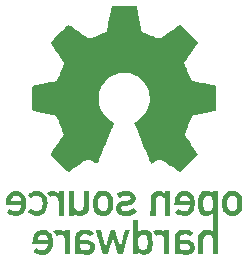
<source format=gbr>
%TF.GenerationSoftware,KiCad,Pcbnew,9.0.2-2.fc42*%
%TF.CreationDate,2025-05-29T14:11:18+08:00*%
%TF.ProjectId,civ2bcd,63697632-6263-4642-9e6b-696361645f70,rev?*%
%TF.SameCoordinates,Original*%
%TF.FileFunction,Legend,Bot*%
%TF.FilePolarity,Positive*%
%FSLAX46Y46*%
G04 Gerber Fmt 4.6, Leading zero omitted, Abs format (unit mm)*
G04 Created by KiCad (PCBNEW 9.0.2-2.fc42) date 2025-05-29 14:11:18*
%MOMM*%
%LPD*%
G01*
G04 APERTURE LIST*
%ADD10C,0.000000*%
G04 APERTURE END LIST*
D10*
%TO.C,G\u002A\u002A\u002A*%
G36*
X174555605Y-89384504D02*
G01*
X174543706Y-89507369D01*
X174488722Y-89667873D01*
X174392874Y-89805015D01*
X174260411Y-89913233D01*
X174095581Y-89986963D01*
X174082594Y-89990068D01*
X174016102Y-89998624D01*
X173920923Y-90005068D01*
X173813088Y-90008194D01*
X173812614Y-90008198D01*
X173654386Y-90002820D01*
X173533238Y-89981041D01*
X173437982Y-89939597D01*
X173357432Y-89875224D01*
X173294631Y-89812423D01*
X173294631Y-89898871D01*
X173294631Y-89985320D01*
X173080081Y-89985320D01*
X172865532Y-89985320D01*
X172873628Y-89178276D01*
X172874383Y-89104484D01*
X173286929Y-89104484D01*
X173302338Y-89269493D01*
X173315151Y-89372786D01*
X173338189Y-89463368D01*
X173373828Y-89525159D01*
X173426891Y-89569787D01*
X173496140Y-89596949D01*
X173605100Y-89614171D01*
X173731548Y-89617786D01*
X173859392Y-89608259D01*
X173972542Y-89586056D01*
X174054906Y-89551640D01*
X174092553Y-89521611D01*
X174147139Y-89439145D01*
X174160423Y-89345647D01*
X174132170Y-89253369D01*
X174062145Y-89174566D01*
X174042329Y-89160985D01*
X174005621Y-89143476D01*
X173956336Y-89131305D01*
X173885106Y-89123113D01*
X173782563Y-89117540D01*
X173639338Y-89113227D01*
X173286929Y-89104484D01*
X172874383Y-89104484D01*
X172874997Y-89044449D01*
X172877292Y-88847946D01*
X172879842Y-88692250D01*
X172883068Y-88571498D01*
X172887393Y-88479823D01*
X172893239Y-88411361D01*
X172901028Y-88360246D01*
X172911183Y-88320613D01*
X172924125Y-88286598D01*
X172940277Y-88252334D01*
X172980922Y-88179876D01*
X173070782Y-88071179D01*
X173185474Y-87990866D01*
X173330401Y-87936508D01*
X173510963Y-87905673D01*
X173732562Y-87895932D01*
X173836703Y-87896628D01*
X173945182Y-87900633D01*
X174024844Y-87909582D01*
X174087945Y-87925032D01*
X174146740Y-87948539D01*
X174162525Y-87956163D01*
X174239075Y-88000395D01*
X174316009Y-88054115D01*
X174382461Y-88108582D01*
X174427564Y-88155056D01*
X174440452Y-88184797D01*
X174439454Y-88186641D01*
X174412380Y-88214083D01*
X174357352Y-88261256D01*
X174284838Y-88319125D01*
X174226843Y-88363683D01*
X174172309Y-88401848D01*
X174137936Y-88415720D01*
X174112466Y-88409035D01*
X174084641Y-88385525D01*
X174049325Y-88356445D01*
X173966034Y-88313896D01*
X173857492Y-88290693D01*
X173712164Y-88283684D01*
X173696058Y-88283774D01*
X173541494Y-88296923D01*
X173428051Y-88334641D01*
X173351783Y-88400180D01*
X173308748Y-88496793D01*
X173295000Y-88627734D01*
X173294631Y-88759113D01*
X173640434Y-88759113D01*
X173667543Y-88759169D01*
X173861641Y-88763853D01*
X174008931Y-88776201D01*
X174111806Y-88796404D01*
X174226307Y-88839822D01*
X174369052Y-88932229D01*
X174472325Y-89054882D01*
X174534913Y-89206176D01*
X174551096Y-89345647D01*
X174555605Y-89384504D01*
G37*
G36*
X170989577Y-89008841D02*
G01*
X170989359Y-89198397D01*
X170983796Y-89349207D01*
X170971595Y-89468564D01*
X170951464Y-89563762D01*
X170922111Y-89642093D01*
X170882244Y-89710851D01*
X170830570Y-89777330D01*
X170794595Y-89814586D01*
X170704943Y-89887974D01*
X170612023Y-89945574D01*
X170539062Y-89976312D01*
X170366562Y-90011833D01*
X170186349Y-90003420D01*
X170007580Y-89952101D01*
X169839414Y-89858903D01*
X169766158Y-89806740D01*
X169766158Y-89896030D01*
X169766158Y-89985320D01*
X169553449Y-89985320D01*
X169340739Y-89985320D01*
X169340739Y-89080334D01*
X169768802Y-89080334D01*
X169778152Y-89221593D01*
X169799724Y-89330625D01*
X169835198Y-89415932D01*
X169886253Y-89486013D01*
X169891846Y-89491957D01*
X169985125Y-89555247D01*
X170101867Y-89587573D01*
X170227100Y-89588664D01*
X170345853Y-89558251D01*
X170443155Y-89496063D01*
X170451462Y-89487874D01*
X170500313Y-89425214D01*
X170534898Y-89346611D01*
X170557140Y-89243646D01*
X170568962Y-89107901D01*
X170572288Y-88930959D01*
X170571885Y-88883753D01*
X170560981Y-88698102D01*
X170533091Y-88554972D01*
X170485372Y-88449719D01*
X170414976Y-88377698D01*
X170319060Y-88334265D01*
X170194777Y-88314775D01*
X170142737Y-88313436D01*
X170010170Y-88335193D01*
X169906863Y-88396459D01*
X169830010Y-88498648D01*
X169817735Y-88524061D01*
X169797835Y-88582147D01*
X169784387Y-88656191D01*
X169775684Y-88757551D01*
X169770017Y-88897585D01*
X169769995Y-88898349D01*
X169768802Y-89080334D01*
X169340739Y-89080334D01*
X169340739Y-88521379D01*
X169340739Y-87057438D01*
X169553449Y-87057438D01*
X169766158Y-87057438D01*
X169766158Y-87581263D01*
X169766158Y-88105088D01*
X169893084Y-88019674D01*
X170045219Y-87935880D01*
X170200577Y-87892952D01*
X170368561Y-87890205D01*
X170514720Y-87919187D01*
X170677456Y-87995358D01*
X170815728Y-88112764D01*
X170924186Y-88267768D01*
X170927168Y-88273429D01*
X170945165Y-88311903D01*
X170958734Y-88353966D01*
X170968668Y-88407363D01*
X170975762Y-88479836D01*
X170980810Y-88579128D01*
X170984608Y-88712982D01*
X170987949Y-88889141D01*
X170988518Y-88930959D01*
X170989577Y-89008841D01*
G37*
G36*
X166111971Y-89330167D02*
G01*
X166110990Y-89484960D01*
X166073757Y-89629523D01*
X166042936Y-89690906D01*
X165944062Y-89816633D01*
X165813193Y-89918779D01*
X165662281Y-89986963D01*
X165647345Y-89990417D01*
X165579526Y-89998714D01*
X165483286Y-90004832D01*
X165374335Y-90007644D01*
X165248354Y-90003711D01*
X165094024Y-89978851D01*
X164979636Y-89930378D01*
X164902183Y-89857337D01*
X164861330Y-89799011D01*
X164861330Y-89892166D01*
X164861330Y-89985320D01*
X164647052Y-89985320D01*
X164432773Y-89985320D01*
X164440860Y-89178276D01*
X164441564Y-89109551D01*
X164441565Y-89109458D01*
X164854605Y-89109458D01*
X164866734Y-89278971D01*
X164877087Y-89374448D01*
X164903434Y-89476266D01*
X164946716Y-89542867D01*
X165010784Y-89582367D01*
X165026306Y-89587402D01*
X165102877Y-89603129D01*
X165199646Y-89615248D01*
X165293624Y-89621354D01*
X165361823Y-89619047D01*
X165382777Y-89615791D01*
X165491145Y-89596616D01*
X165563968Y-89577322D01*
X165613602Y-89553775D01*
X165652402Y-89521844D01*
X165665350Y-89507098D01*
X165704114Y-89423896D01*
X165712548Y-89326048D01*
X165687873Y-89235945D01*
X165667978Y-89208411D01*
X165601429Y-89163878D01*
X165496522Y-89133093D01*
X165349788Y-89115229D01*
X165157757Y-89109458D01*
X164854605Y-89109458D01*
X164441565Y-89109458D01*
X164444452Y-88879017D01*
X164448458Y-88691492D01*
X164454599Y-88541406D01*
X164463888Y-88423188D01*
X164477340Y-88331269D01*
X164495971Y-88260079D01*
X164520795Y-88204048D01*
X164552827Y-88157605D01*
X164593083Y-88115181D01*
X164642576Y-88071206D01*
X164733013Y-88004140D01*
X164837223Y-87952659D01*
X164959427Y-87919295D01*
X165109986Y-87901281D01*
X165299261Y-87895850D01*
X165353507Y-87895931D01*
X165469383Y-87897736D01*
X165552899Y-87903428D01*
X165616923Y-87914998D01*
X165674319Y-87934436D01*
X165737955Y-87963734D01*
X165748095Y-87968806D01*
X165835415Y-88019830D01*
X165912370Y-88076422D01*
X165970694Y-88130971D01*
X166002121Y-88175867D01*
X165998383Y-88203500D01*
X165997997Y-88203765D01*
X165965363Y-88227717D01*
X165905975Y-88272473D01*
X165832405Y-88328559D01*
X165692140Y-88436034D01*
X165626724Y-88375409D01*
X165575583Y-88336805D01*
X165499399Y-88305331D01*
X165397370Y-88288582D01*
X165257793Y-88283645D01*
X165122416Y-88292666D01*
X165003302Y-88327407D01*
X164922256Y-88390818D01*
X164876019Y-88485621D01*
X164861330Y-88614534D01*
X164861330Y-88759113D01*
X165207698Y-88759113D01*
X165287397Y-88759590D01*
X165459684Y-88765760D01*
X165596075Y-88780654D01*
X165706477Y-88806290D01*
X165800798Y-88844687D01*
X165888946Y-88897861D01*
X165929117Y-88929976D01*
X166017863Y-89040119D01*
X166079872Y-89177702D01*
X166111104Y-89326048D01*
X166111971Y-89330167D01*
G37*
G36*
X162558767Y-88947797D02*
G01*
X162557264Y-89038708D01*
X162536102Y-89260260D01*
X162488239Y-89451490D01*
X162411475Y-89622463D01*
X162367184Y-89689414D01*
X162256220Y-89807868D01*
X162122451Y-89907169D01*
X161983498Y-89972891D01*
X161895524Y-89992182D01*
X161761839Y-90003796D01*
X161611923Y-90003810D01*
X161462147Y-89992911D01*
X161328886Y-89971790D01*
X161228513Y-89941133D01*
X161202607Y-89928426D01*
X161127035Y-89882929D01*
X161048224Y-89826528D01*
X160977682Y-89768438D01*
X160926918Y-89717873D01*
X160907439Y-89684048D01*
X160907641Y-89682779D01*
X160928783Y-89655062D01*
X160977903Y-89606263D01*
X161045309Y-89546084D01*
X161183180Y-89428297D01*
X161276787Y-89492701D01*
X161287246Y-89499827D01*
X161407346Y-89568162D01*
X161524602Y-89603456D01*
X161662857Y-89613148D01*
X161759826Y-89605454D01*
X161901500Y-89560940D01*
X162012629Y-89479671D01*
X162089323Y-89364936D01*
X162127692Y-89220025D01*
X162140155Y-89109458D01*
X161482436Y-89109458D01*
X160824718Y-89109458D01*
X160840299Y-88837144D01*
X160846148Y-88759113D01*
X161264504Y-88759113D01*
X161699075Y-88759113D01*
X162133646Y-88759113D01*
X162133096Y-88690296D01*
X162128823Y-88646588D01*
X162093449Y-88537753D01*
X162031739Y-88433814D01*
X161955133Y-88356243D01*
X161897461Y-88325819D01*
X161787689Y-88298148D01*
X161666857Y-88292571D01*
X161553480Y-88309369D01*
X161466072Y-88348823D01*
X161405693Y-88404964D01*
X161327867Y-88523319D01*
X161282327Y-88661649D01*
X161264504Y-88759113D01*
X160846148Y-88759113D01*
X160848232Y-88731307D01*
X160874649Y-88551427D01*
X160918338Y-88403737D01*
X160983074Y-88277254D01*
X161072630Y-88160993D01*
X161108561Y-88124048D01*
X161216509Y-88034440D01*
X161327787Y-87965842D01*
X161348054Y-87956035D01*
X161422690Y-87924570D01*
X161493578Y-87906362D01*
X161578619Y-87898019D01*
X161695715Y-87896151D01*
X161720332Y-87896355D01*
X161899551Y-87911187D01*
X162047243Y-87952934D01*
X162175621Y-88026482D01*
X162296897Y-88136719D01*
X162355063Y-88204549D01*
X162447876Y-88351117D01*
X162511023Y-88518455D01*
X162547116Y-88714651D01*
X162549338Y-88759113D01*
X162558767Y-88947797D01*
G37*
G36*
X176522808Y-87295172D02*
G01*
X176522808Y-89985320D01*
X176311198Y-89985320D01*
X176099587Y-89985320D01*
X176092232Y-89273900D01*
X176090597Y-89123070D01*
X176088216Y-88946487D01*
X176085369Y-88809803D01*
X176081606Y-88707050D01*
X176076477Y-88632262D01*
X176069530Y-88579472D01*
X176060316Y-88542714D01*
X176048383Y-88516021D01*
X176033282Y-88493427D01*
X175990991Y-88441154D01*
X175907669Y-88369037D01*
X175811034Y-88331779D01*
X175684483Y-88321182D01*
X175605083Y-88324902D01*
X175493732Y-88352314D01*
X175407634Y-88412217D01*
X175334138Y-88511483D01*
X175328488Y-88521394D01*
X175314769Y-88550694D01*
X175304025Y-88586730D01*
X175295799Y-88635688D01*
X175289631Y-88703756D01*
X175285065Y-88797123D01*
X175281640Y-88921975D01*
X175278899Y-89084500D01*
X175276383Y-89290887D01*
X175268677Y-89985320D01*
X175055808Y-89985320D01*
X174842940Y-89985320D01*
X174850805Y-89203300D01*
X174858670Y-88421281D01*
X174928766Y-88278538D01*
X174964912Y-88213317D01*
X175022458Y-88129610D01*
X175076000Y-88070889D01*
X175147492Y-88017228D01*
X175312532Y-87933321D01*
X175487448Y-87891574D01*
X175663770Y-87892428D01*
X175833028Y-87936320D01*
X175986752Y-88023691D01*
X176097389Y-88108142D01*
X176097389Y-87295172D01*
X176097389Y-86482202D01*
X175983162Y-86569394D01*
X175880242Y-86635871D01*
X175712110Y-86701162D01*
X175539053Y-86721839D01*
X175368717Y-86698314D01*
X175208745Y-86630994D01*
X175066783Y-86520291D01*
X174999489Y-86443714D01*
X174936396Y-86339967D01*
X174894011Y-86216780D01*
X174865789Y-86059140D01*
X174859565Y-85999944D01*
X174852081Y-85862337D01*
X174850282Y-85704745D01*
X174851278Y-85656059D01*
X175284089Y-85656059D01*
X175285108Y-85758540D01*
X175293115Y-85910477D01*
X175311096Y-86025848D01*
X175341446Y-86113091D01*
X175386557Y-86180643D01*
X175448821Y-86236943D01*
X175451702Y-86239030D01*
X175528664Y-86272617D01*
X175632608Y-86292289D01*
X175742877Y-86295732D01*
X175838812Y-86280631D01*
X175853265Y-86275789D01*
X175949139Y-86216660D01*
X176020591Y-86117308D01*
X176068000Y-85976664D01*
X176091746Y-85793657D01*
X176092208Y-85567219D01*
X176078009Y-85399916D01*
X176045636Y-85251330D01*
X175993068Y-85142971D01*
X175917262Y-85070753D01*
X175815180Y-85030589D01*
X175683779Y-85018393D01*
X175587496Y-85024244D01*
X175480924Y-85054965D01*
X175400289Y-85117933D01*
X175334138Y-85219743D01*
X175329637Y-85228803D01*
X175310026Y-85277248D01*
X175296871Y-85333689D01*
X175288966Y-85408634D01*
X175285107Y-85512588D01*
X175284089Y-85656059D01*
X174851278Y-85656059D01*
X174853675Y-85538827D01*
X174861769Y-85376244D01*
X174874074Y-85228656D01*
X174890098Y-85107721D01*
X174909350Y-85025102D01*
X174928822Y-84979760D01*
X174984629Y-84886042D01*
X175050740Y-84803692D01*
X175126402Y-84735594D01*
X175282336Y-84642832D01*
X175452278Y-84594324D01*
X175628966Y-84590723D01*
X175805136Y-84632681D01*
X175973526Y-84720849D01*
X176097389Y-84806052D01*
X176097389Y-84705538D01*
X176097389Y-84605025D01*
X176310099Y-84605025D01*
X176522808Y-84605025D01*
X176522808Y-85567219D01*
X176522808Y-87295172D01*
G37*
G36*
X171564927Y-87894835D02*
G01*
X171735221Y-87940761D01*
X171882712Y-88023691D01*
X171993350Y-88108142D01*
X171993350Y-88008209D01*
X171993350Y-87908276D01*
X172206059Y-87908276D01*
X172418769Y-87908276D01*
X172418769Y-88946798D01*
X172418769Y-89985320D01*
X172206059Y-89985320D01*
X171993350Y-89985320D01*
X171993350Y-89305044D01*
X171993312Y-89197523D01*
X171992838Y-89016596D01*
X171991467Y-88875961D01*
X171988758Y-88769111D01*
X171984269Y-88689541D01*
X171977560Y-88630744D01*
X171968188Y-88586214D01*
X171955714Y-88549444D01*
X171939695Y-88513930D01*
X171883750Y-88431317D01*
X171785125Y-88355649D01*
X171665675Y-88316237D01*
X171535828Y-88316120D01*
X171406013Y-88358341D01*
X171378622Y-88372003D01*
X171327203Y-88395528D01*
X171305284Y-88402134D01*
X171301387Y-88397065D01*
X171272876Y-88362156D01*
X171223045Y-88301968D01*
X171159340Y-88225509D01*
X171129808Y-88189248D01*
X171074782Y-88115584D01*
X171039747Y-88059592D01*
X171031254Y-88031210D01*
X171044884Y-88015700D01*
X171104472Y-87976982D01*
X171190771Y-87938965D01*
X171288033Y-87907997D01*
X171380511Y-87890427D01*
X171386576Y-87889828D01*
X171564927Y-87894835D01*
G37*
G36*
X166800998Y-88634947D02*
G01*
X166821054Y-88708483D01*
X166869475Y-88881930D01*
X166913730Y-89034815D01*
X166952106Y-89161571D01*
X166982887Y-89256629D01*
X167004360Y-89314421D01*
X167014810Y-89329380D01*
X167016295Y-89326028D01*
X167031304Y-89284304D01*
X167058912Y-89202663D01*
X167097051Y-89087395D01*
X167143650Y-88944787D01*
X167196641Y-88781129D01*
X167253952Y-88602709D01*
X167476161Y-87908276D01*
X167631752Y-87908276D01*
X167787343Y-87908276D01*
X168018357Y-88621478D01*
X168039509Y-88686599D01*
X168096526Y-88860309D01*
X168148327Y-89015512D01*
X168192906Y-89146373D01*
X168228260Y-89247060D01*
X168252387Y-89311740D01*
X168263282Y-89334578D01*
X168264231Y-89333684D01*
X168276338Y-89301871D01*
X168299189Y-89228932D01*
X168331019Y-89120944D01*
X168370066Y-88983983D01*
X168414565Y-88824126D01*
X168462752Y-88647450D01*
X168470991Y-88616980D01*
X168519006Y-88440776D01*
X168563169Y-88280948D01*
X168601669Y-88143892D01*
X168632693Y-88036004D01*
X168654429Y-87963680D01*
X168665065Y-87933315D01*
X168665249Y-87933029D01*
X168700326Y-87919486D01*
X168779023Y-87912805D01*
X168895414Y-87913497D01*
X169109008Y-87920788D01*
X168780687Y-88952751D01*
X168452365Y-89984713D01*
X168260365Y-89985017D01*
X168068364Y-89985320D01*
X168043023Y-89903990D01*
X168033175Y-89871607D01*
X168009717Y-89793259D01*
X167976109Y-89680346D01*
X167934590Y-89540403D01*
X167887397Y-89380962D01*
X167836767Y-89209557D01*
X167794342Y-89066785D01*
X167747786Y-88912559D01*
X167706926Y-88779826D01*
X167673835Y-88675226D01*
X167650587Y-88605400D01*
X167639255Y-88576988D01*
X167636916Y-88578113D01*
X167621575Y-88611600D01*
X167594882Y-88685492D01*
X167558702Y-88794093D01*
X167514900Y-88931707D01*
X167465343Y-89092638D01*
X167411894Y-89271191D01*
X167201133Y-89984859D01*
X167008367Y-89985090D01*
X166815601Y-89985320D01*
X166741706Y-89753842D01*
X166731133Y-89720722D01*
X166698789Y-89619397D01*
X166654950Y-89482059D01*
X166602146Y-89316627D01*
X166542902Y-89131021D01*
X166479748Y-88933160D01*
X166415210Y-88730963D01*
X166373603Y-88600392D01*
X166316545Y-88420590D01*
X166265872Y-88260034D01*
X166223363Y-88124405D01*
X166190798Y-88019388D01*
X166169954Y-87950665D01*
X166162611Y-87923919D01*
X166167532Y-87920637D01*
X166209559Y-87914303D01*
X166285263Y-87909916D01*
X166383366Y-87908276D01*
X166604121Y-87908276D01*
X166800998Y-88634947D01*
G37*
G36*
X163121052Y-87892331D02*
G01*
X163276577Y-87934053D01*
X163433124Y-88019674D01*
X163560050Y-88105088D01*
X163560050Y-88006682D01*
X163560050Y-87908276D01*
X163772759Y-87908276D01*
X163985468Y-87908276D01*
X163985468Y-88946798D01*
X163985468Y-89985320D01*
X163773858Y-89985320D01*
X163562247Y-89985320D01*
X163554892Y-89273900D01*
X163553257Y-89123070D01*
X163550876Y-88946487D01*
X163548029Y-88809803D01*
X163544266Y-88707050D01*
X163539137Y-88632262D01*
X163532190Y-88579472D01*
X163522976Y-88542714D01*
X163511043Y-88516021D01*
X163495942Y-88493427D01*
X163450361Y-88440508D01*
X163339579Y-88357594D01*
X163215967Y-88314343D01*
X163089294Y-88313289D01*
X162969330Y-88356961D01*
X162944471Y-88370574D01*
X162889943Y-88392183D01*
X162860476Y-88391326D01*
X162857067Y-88387227D01*
X162826813Y-88351245D01*
X162775526Y-88290483D01*
X162712114Y-88215501D01*
X162692807Y-88192196D01*
X162638388Y-88119906D01*
X162604003Y-88063542D01*
X162596406Y-88033715D01*
X162609421Y-88018329D01*
X162670119Y-87977641D01*
X162758708Y-87938626D01*
X162859709Y-87907431D01*
X162957647Y-87890205D01*
X163121052Y-87892331D01*
G37*
G36*
X178584618Y-85787538D02*
G01*
X178577458Y-85958832D01*
X178561405Y-86094962D01*
X178533943Y-86204884D01*
X178492557Y-86297553D01*
X178434732Y-86381924D01*
X178357952Y-86466953D01*
X178313308Y-86510639D01*
X178207957Y-86596157D01*
X178097694Y-86654720D01*
X177961724Y-86698479D01*
X177905708Y-86710066D01*
X177745654Y-86720794D01*
X177575331Y-86706466D01*
X177417584Y-86668346D01*
X177407677Y-86664774D01*
X177288704Y-86601861D01*
X177168247Y-86507376D01*
X177061687Y-86395144D01*
X176984402Y-86278987D01*
X176932498Y-86141530D01*
X176895368Y-85963291D01*
X176876560Y-85764557D01*
X176876487Y-85733863D01*
X177301615Y-85733863D01*
X177309604Y-85863573D01*
X177313059Y-85892014D01*
X177349913Y-86042132D01*
X177415820Y-86155261D01*
X177513540Y-86236448D01*
X177538177Y-86249291D01*
X177653398Y-86284532D01*
X177780469Y-86294527D01*
X177893690Y-86276561D01*
X177931508Y-86260145D01*
X178024013Y-86189789D01*
X178101363Y-86090112D01*
X178150874Y-85975940D01*
X178157032Y-85946290D01*
X178166954Y-85852471D01*
X178171596Y-85730160D01*
X178170215Y-85593986D01*
X178164164Y-85484043D01*
X178143253Y-85332193D01*
X178106661Y-85217784D01*
X178051742Y-85133722D01*
X177975849Y-85072913D01*
X177950737Y-85059162D01*
X177817716Y-85016544D01*
X177681105Y-85015917D01*
X177551725Y-85054406D01*
X177440399Y-85129131D01*
X177357948Y-85237216D01*
X177349780Y-85255902D01*
X177327846Y-85341719D01*
X177311799Y-85459165D01*
X177302701Y-85594470D01*
X177301615Y-85733863D01*
X176876487Y-85733863D01*
X176876073Y-85558739D01*
X176893905Y-85359249D01*
X176930055Y-85179497D01*
X176984522Y-85032895D01*
X177032856Y-84954369D01*
X177137298Y-84833037D01*
X177263264Y-84725523D01*
X177394274Y-84647334D01*
X177478088Y-84618024D01*
X177632240Y-84592681D01*
X177800068Y-84591373D01*
X177963384Y-84613784D01*
X178104003Y-84659601D01*
X178179055Y-84700202D01*
X178324289Y-84812327D01*
X178445634Y-84951312D01*
X178530010Y-85103527D01*
X178532032Y-85108622D01*
X178552609Y-85166012D01*
X178567195Y-85223669D01*
X178576793Y-85291548D01*
X178582407Y-85379603D01*
X178585040Y-85497788D01*
X178585695Y-85656059D01*
X178585088Y-85730160D01*
X178584618Y-85787538D01*
G37*
G36*
X174563903Y-85544966D02*
G01*
X174564386Y-85788868D01*
X174530863Y-86027285D01*
X174462686Y-86233670D01*
X174360856Y-86406365D01*
X174226373Y-86543714D01*
X174060237Y-86644058D01*
X173863448Y-86705741D01*
X173795560Y-86716866D01*
X173573981Y-86722668D01*
X173358870Y-86683468D01*
X173158768Y-86601466D01*
X172982219Y-86478863D01*
X172958651Y-86457967D01*
X172924225Y-86421620D01*
X172915031Y-86389773D01*
X172934357Y-86353272D01*
X172985491Y-86302963D01*
X173071721Y-86229690D01*
X173191749Y-86129197D01*
X173293701Y-86203051D01*
X173351039Y-86239124D01*
X173481077Y-86293931D01*
X173616807Y-86322558D01*
X173738330Y-86319781D01*
X173740486Y-86319373D01*
X173895491Y-86269332D01*
X174013780Y-86185798D01*
X174094399Y-86069724D01*
X174136391Y-85922066D01*
X174152271Y-85806207D01*
X173495080Y-85806207D01*
X172837890Y-85806207D01*
X172848972Y-85524680D01*
X172852665Y-85443555D01*
X172853293Y-85435379D01*
X173269606Y-85435379D01*
X173287292Y-85441131D01*
X173347643Y-85447014D01*
X173443139Y-85451680D01*
X173565773Y-85454754D01*
X173707537Y-85455862D01*
X173749750Y-85455860D01*
X173896178Y-85455576D01*
X174001117Y-85454186D01*
X174071464Y-85450801D01*
X174114119Y-85444534D01*
X174135981Y-85434496D01*
X174143948Y-85419800D01*
X174144919Y-85399557D01*
X174143660Y-85384615D01*
X174127378Y-85318120D01*
X174098430Y-85242117D01*
X174022784Y-85125336D01*
X173922204Y-85043039D01*
X173806402Y-84996714D01*
X173684193Y-84985859D01*
X173564390Y-85009972D01*
X173455807Y-85068552D01*
X173367257Y-85161099D01*
X173307555Y-85287110D01*
X173293274Y-85336714D01*
X173276247Y-85401478D01*
X173269606Y-85435379D01*
X172853293Y-85435379D01*
X172861352Y-85330449D01*
X172875141Y-85243862D01*
X172896807Y-85168749D01*
X172929124Y-85090066D01*
X172932300Y-85083110D01*
X173037324Y-84912072D01*
X173175602Y-84773568D01*
X173339896Y-84671084D01*
X173522967Y-84608105D01*
X173717576Y-84588118D01*
X173916484Y-84614608D01*
X174065690Y-84666699D01*
X174231003Y-84768160D01*
X174363893Y-84907308D01*
X174463947Y-85083553D01*
X174530754Y-85296302D01*
X174544519Y-85399557D01*
X174563903Y-85544966D01*
G37*
G36*
X168989224Y-84607609D02*
G01*
X169167597Y-84661910D01*
X169319187Y-84746551D01*
X169438157Y-84859182D01*
X169518665Y-84997452D01*
X169528630Y-85027741D01*
X169546227Y-85140688D01*
X169546196Y-85270275D01*
X169529475Y-85395019D01*
X169497002Y-85493438D01*
X169444737Y-85579928D01*
X169369005Y-85662807D01*
X169272011Y-85726788D01*
X169146622Y-85775327D01*
X168985706Y-85811881D01*
X168782131Y-85839905D01*
X168777884Y-85840372D01*
X168617403Y-85860526D01*
X168500420Y-85882368D01*
X168420550Y-85908876D01*
X168371406Y-85943026D01*
X168346603Y-85987796D01*
X168339754Y-86046163D01*
X168341146Y-86080947D01*
X168366560Y-86176724D01*
X168427100Y-86246456D01*
X168526898Y-86293585D01*
X168670084Y-86321557D01*
X168742797Y-86325857D01*
X168921897Y-86306447D01*
X169102707Y-86249436D01*
X169269413Y-86159110D01*
X169410797Y-86062445D01*
X169552962Y-86206109D01*
X169695126Y-86349773D01*
X169599263Y-86429398D01*
X169544870Y-86470837D01*
X169389918Y-86563517D01*
X169214784Y-86640840D01*
X169040444Y-86692915D01*
X168946687Y-86711239D01*
X168802794Y-86727104D01*
X168665845Y-86721980D01*
X168511323Y-86696009D01*
X168440063Y-86678943D01*
X168251093Y-86608838D01*
X168103926Y-86511420D01*
X167998671Y-86386805D01*
X167935437Y-86235110D01*
X167914335Y-86056453D01*
X167924305Y-85927645D01*
X167971861Y-85774010D01*
X168059554Y-85647511D01*
X168082334Y-85624482D01*
X168154527Y-85565495D01*
X168237964Y-85521262D01*
X168342340Y-85488452D01*
X168477353Y-85463734D01*
X168652698Y-85443778D01*
X168669542Y-85442163D01*
X168796072Y-85427971D01*
X168907059Y-85412143D01*
X168991050Y-85396497D01*
X169036591Y-85382850D01*
X169069871Y-85359294D01*
X169115017Y-85289660D01*
X169124939Y-85205408D01*
X169099545Y-85120881D01*
X169038742Y-85050427D01*
X168970734Y-85015863D01*
X168853768Y-84992409D01*
X168716370Y-84992111D01*
X168571405Y-85013772D01*
X168431741Y-85056195D01*
X168310242Y-85118184D01*
X168218169Y-85178959D01*
X168088501Y-85029281D01*
X168028009Y-84956981D01*
X167990521Y-84903157D01*
X167979227Y-84868037D01*
X167989416Y-84842751D01*
X168016067Y-84818148D01*
X168092877Y-84769584D01*
X168197260Y-84718208D01*
X168315893Y-84669757D01*
X168435452Y-84629967D01*
X168542612Y-84604576D01*
X168575493Y-84599431D01*
X168789910Y-84585999D01*
X168989224Y-84607609D01*
G37*
G36*
X167651305Y-85804212D02*
G01*
X167649743Y-85925553D01*
X167645823Y-86014702D01*
X167638484Y-86080957D01*
X167626662Y-86133614D01*
X167609292Y-86181972D01*
X167585312Y-86235328D01*
X167487251Y-86396203D01*
X167350063Y-86538231D01*
X167186628Y-86644164D01*
X167004846Y-86707577D01*
X166923431Y-86718770D01*
X166774591Y-86719759D01*
X166619476Y-86702357D01*
X166481820Y-86668346D01*
X166365481Y-86610553D01*
X166240983Y-86514822D01*
X166130944Y-86397340D01*
X166050139Y-86271686D01*
X166004015Y-86148497D01*
X165966578Y-85972021D01*
X165947190Y-85774097D01*
X165946155Y-85614875D01*
X166364710Y-85614875D01*
X166368179Y-85775926D01*
X166387568Y-85929936D01*
X166422263Y-86049514D01*
X166492332Y-86166960D01*
X166589571Y-86244935D01*
X166608077Y-86253698D01*
X166720817Y-86285838D01*
X166845595Y-86295609D01*
X166955511Y-86280405D01*
X166984152Y-86269768D01*
X167082966Y-86204790D01*
X167164849Y-86109593D01*
X167215459Y-85999670D01*
X167223461Y-85956448D01*
X167232079Y-85858791D01*
X167236086Y-85733609D01*
X167234838Y-85594334D01*
X167230406Y-85472963D01*
X167223369Y-85373677D01*
X167212426Y-85303441D01*
X167195767Y-85251129D01*
X167171581Y-85205616D01*
X167118542Y-85138083D01*
X167010035Y-85058688D01*
X166882352Y-85017245D01*
X166746757Y-85016702D01*
X166614519Y-85060001D01*
X166580886Y-85079194D01*
X166507973Y-85131182D01*
X166458353Y-85180591D01*
X166437943Y-85215220D01*
X166400779Y-85321948D01*
X166375972Y-85459358D01*
X166364710Y-85614875D01*
X165946155Y-85614875D01*
X165945853Y-85568350D01*
X165962565Y-85368406D01*
X165997327Y-85187891D01*
X166050139Y-85040432D01*
X166087403Y-84976648D01*
X166160363Y-84879287D01*
X166239690Y-84795659D01*
X166325395Y-84727268D01*
X166468685Y-84650014D01*
X166632097Y-84606576D01*
X166826952Y-84593047D01*
X166937667Y-84595740D01*
X167022013Y-84607060D01*
X167100535Y-84631966D01*
X167195411Y-84675414D01*
X167204811Y-84680101D01*
X167365564Y-84784258D01*
X167493267Y-84920150D01*
X167594793Y-85094998D01*
X167606784Y-85121917D01*
X167624309Y-85169249D01*
X167636581Y-85221124D01*
X167644523Y-85286642D01*
X167649056Y-85374903D01*
X167651100Y-85495009D01*
X167651577Y-85656059D01*
X167651435Y-85733609D01*
X167651305Y-85804212D01*
G37*
G36*
X164340613Y-85298470D02*
G01*
X164343133Y-85500666D01*
X164346080Y-85666845D01*
X164349793Y-85795201D01*
X164354698Y-85891954D01*
X164361222Y-85963324D01*
X164369793Y-86015532D01*
X164380837Y-86054797D01*
X164394783Y-86087339D01*
X164454469Y-86173195D01*
X164556066Y-86250284D01*
X164677535Y-86291409D01*
X164807588Y-86293129D01*
X164934939Y-86252004D01*
X164993314Y-86221056D01*
X165040051Y-86191762D01*
X165076415Y-86158429D01*
X165103786Y-86115306D01*
X165123545Y-86056644D01*
X165137071Y-85976691D01*
X165145745Y-85869697D01*
X165150947Y-85729910D01*
X165154056Y-85551580D01*
X165156453Y-85328955D01*
X165163792Y-84605025D01*
X165376702Y-84605025D01*
X165589613Y-84605025D01*
X165582072Y-85412069D01*
X165574532Y-86219113D01*
X165506945Y-86347233D01*
X165485124Y-86385930D01*
X165369980Y-86530983D01*
X165222475Y-86637974D01*
X165043572Y-86706159D01*
X165030122Y-86709327D01*
X164867333Y-86722194D01*
X164698489Y-86695027D01*
X164539089Y-86631927D01*
X164404631Y-86536998D01*
X164335813Y-86472508D01*
X164335813Y-86590813D01*
X164335813Y-86709118D01*
X164129360Y-86701849D01*
X163922907Y-86694581D01*
X163922907Y-85656059D01*
X163922907Y-84617537D01*
X164127904Y-84610292D01*
X164332901Y-84603048D01*
X164340613Y-85298470D01*
G37*
G36*
X161209390Y-84593697D02*
G01*
X161315362Y-84597806D01*
X161396150Y-84609575D01*
X161470731Y-84632804D01*
X161558079Y-84671292D01*
X161643715Y-84717602D01*
X161742476Y-84782917D01*
X161818007Y-84845589D01*
X161836845Y-84865198D01*
X161946994Y-85017862D01*
X162029880Y-85203208D01*
X162082929Y-85411613D01*
X162103565Y-85633457D01*
X162089215Y-85859120D01*
X162068170Y-85973269D01*
X161997721Y-86191385D01*
X161893166Y-86373947D01*
X161755308Y-86519997D01*
X161584953Y-86628580D01*
X161382907Y-86698738D01*
X161301158Y-86713687D01*
X161092711Y-86717889D01*
X160885348Y-86676625D01*
X160687926Y-86592245D01*
X160509301Y-86467096D01*
X160398947Y-86371027D01*
X160557568Y-86227382D01*
X160716188Y-86083736D01*
X160810395Y-86168847D01*
X160874020Y-86217631D01*
X161009244Y-86279338D01*
X161154337Y-86300950D01*
X161298653Y-86283022D01*
X161431546Y-86226108D01*
X161542371Y-86130762D01*
X161599667Y-86039328D01*
X161648511Y-85900076D01*
X161675329Y-85741090D01*
X161678945Y-85576602D01*
X161658187Y-85420843D01*
X161611880Y-85288044D01*
X161587324Y-85244878D01*
X161487985Y-85129328D01*
X161364720Y-85051073D01*
X161226433Y-85011724D01*
X161082027Y-85012889D01*
X160940406Y-85056179D01*
X160810473Y-85143201D01*
X160717050Y-85227603D01*
X160560403Y-85088067D01*
X160403757Y-84948530D01*
X160486681Y-84862765D01*
X160493417Y-84856080D01*
X160561955Y-84801191D01*
X160655556Y-84740074D01*
X160756022Y-84684756D01*
X160825136Y-84651353D01*
X160902982Y-84619256D01*
X160973482Y-84601716D01*
X161055758Y-84594504D01*
X161168928Y-84593387D01*
X161209390Y-84593697D01*
G37*
G36*
X160299303Y-85542368D02*
G01*
X160296457Y-85790798D01*
X160295972Y-85796542D01*
X160256683Y-86038834D01*
X160184233Y-86247006D01*
X160079874Y-86419441D01*
X159944856Y-86554522D01*
X159780432Y-86650634D01*
X159587852Y-86706158D01*
X159557496Y-86710927D01*
X159461549Y-86722813D01*
X159380936Y-86728805D01*
X159339396Y-86727853D01*
X159223655Y-86712362D01*
X159094850Y-86682717D01*
X158974006Y-86644250D01*
X158882150Y-86602294D01*
X158827974Y-86566165D01*
X158759367Y-86513225D01*
X158695570Y-86458125D01*
X158648554Y-86411285D01*
X158630291Y-86383121D01*
X158631143Y-86380971D01*
X158656263Y-86354407D01*
X158709170Y-86307248D01*
X158780328Y-86248077D01*
X158930273Y-86126893D01*
X159006643Y-86191154D01*
X159008589Y-86192770D01*
X159087435Y-86241340D01*
X159192578Y-86286137D01*
X159301512Y-86318954D01*
X159391734Y-86331585D01*
X159453652Y-86326465D01*
X159584899Y-86285138D01*
X159703496Y-86209831D01*
X159797137Y-86109556D01*
X159853517Y-85993327D01*
X159865141Y-85953359D01*
X159878256Y-85906123D01*
X159882349Y-85870185D01*
X159872293Y-85844012D01*
X159842961Y-85826073D01*
X159789226Y-85814833D01*
X159705960Y-85808759D01*
X159588036Y-85806319D01*
X159430326Y-85805979D01*
X159227704Y-85806207D01*
X158573979Y-85806207D01*
X158584532Y-85510218D01*
X158589207Y-85404984D01*
X159006080Y-85404984D01*
X159008105Y-85423811D01*
X159018786Y-85437305D01*
X159045022Y-85446354D01*
X159093713Y-85451846D01*
X159171757Y-85454669D01*
X159286052Y-85455712D01*
X159443498Y-85455862D01*
X159566931Y-85455923D01*
X159695447Y-85455032D01*
X159784603Y-85450899D01*
X159840551Y-85441199D01*
X159869444Y-85423608D01*
X159877432Y-85395800D01*
X159870668Y-85355451D01*
X159855303Y-85300235D01*
X159834291Y-85242077D01*
X159761541Y-85131985D01*
X159660804Y-85050352D01*
X159542047Y-85000495D01*
X159415233Y-84985726D01*
X159290328Y-85009362D01*
X159177297Y-85074717D01*
X159132992Y-85119879D01*
X159070077Y-85211689D01*
X159024244Y-85311634D01*
X159006116Y-85399557D01*
X159006080Y-85404984D01*
X158589207Y-85404984D01*
X158590128Y-85384245D01*
X158598532Y-85284537D01*
X158611733Y-85209223D01*
X158632122Y-85144993D01*
X158662089Y-85078543D01*
X158743916Y-84943093D01*
X158878934Y-84795772D01*
X159038982Y-84685608D01*
X159217375Y-84615037D01*
X159407430Y-84586497D01*
X159602461Y-84602425D01*
X159795784Y-84665256D01*
X159825185Y-84679556D01*
X159978007Y-84785547D01*
X160103964Y-84929622D01*
X160200922Y-85106982D01*
X160266746Y-85312830D01*
X160278514Y-85395800D01*
X160299303Y-85542368D01*
G37*
G36*
X171674990Y-84599619D02*
G01*
X171830171Y-84652102D01*
X171969360Y-84746572D01*
X172068424Y-84836070D01*
X172068424Y-84720547D01*
X172068424Y-84605025D01*
X172281133Y-84605025D01*
X172493843Y-84605025D01*
X172493843Y-85656059D01*
X172493843Y-86707094D01*
X172281133Y-86707094D01*
X172068424Y-86707094D01*
X172068424Y-86024219D01*
X172068361Y-85878937D01*
X172067825Y-85706342D01*
X172066353Y-85572838D01*
X172063485Y-85471944D01*
X172058761Y-85397174D01*
X172051722Y-85342047D01*
X172041908Y-85300079D01*
X172028860Y-85264787D01*
X172012119Y-85229687D01*
X171979548Y-85177853D01*
X171887865Y-85089011D01*
X171774325Y-85028056D01*
X171655518Y-85005419D01*
X171579957Y-85016587D01*
X171471783Y-85060600D01*
X171373723Y-85127419D01*
X171305745Y-85205616D01*
X171298249Y-85219150D01*
X171284867Y-85249131D01*
X171274396Y-85286150D01*
X171266384Y-85336352D01*
X171260381Y-85405880D01*
X171255936Y-85500879D01*
X171252598Y-85627494D01*
X171249915Y-85791869D01*
X171247438Y-86000148D01*
X171239752Y-86707094D01*
X171026883Y-86707094D01*
X170814014Y-86707094D01*
X170821860Y-85912562D01*
X170822163Y-85881986D01*
X170824513Y-85666023D01*
X170827035Y-85493446D01*
X170830126Y-85358338D01*
X170834182Y-85254782D01*
X170839600Y-85176861D01*
X170846777Y-85118657D01*
X170856108Y-85074254D01*
X170867992Y-85037735D01*
X170882825Y-85003182D01*
X170941375Y-84900376D01*
X171055589Y-84771481D01*
X171194119Y-84675054D01*
X171348903Y-84612999D01*
X171511881Y-84587219D01*
X171674990Y-84599619D01*
G37*
G36*
X162707839Y-84620519D02*
G01*
X162851200Y-84681915D01*
X162965715Y-84763005D01*
X163034532Y-84827856D01*
X163034532Y-84716441D01*
X163034532Y-84605025D01*
X163247242Y-84605025D01*
X163459951Y-84605025D01*
X163459951Y-85656059D01*
X163459951Y-86707094D01*
X163247242Y-86707094D01*
X163034532Y-86707094D01*
X163034532Y-86018112D01*
X163034516Y-85960169D01*
X163033844Y-85749784D01*
X163031491Y-85582028D01*
X163026499Y-85450929D01*
X163017914Y-85350512D01*
X163004781Y-85274805D01*
X162986145Y-85217834D01*
X162961051Y-85173626D01*
X162928544Y-85136209D01*
X162887668Y-85099608D01*
X162860513Y-85078763D01*
X162741049Y-85024325D01*
X162608389Y-85015672D01*
X162469853Y-85053609D01*
X162423159Y-85072283D01*
X162363921Y-85088942D01*
X162334192Y-85087308D01*
X162330281Y-85082586D01*
X162299482Y-85045917D01*
X162247735Y-84984602D01*
X162183770Y-84908987D01*
X162049134Y-84749994D01*
X162110158Y-84702456D01*
X162190084Y-84655982D01*
X162311732Y-84613527D01*
X162443223Y-84589188D01*
X162563219Y-84588340D01*
X162707839Y-84620519D01*
G37*
G36*
X169665286Y-69045961D02*
G01*
X169667330Y-69052233D01*
X169679387Y-69102749D01*
X169698930Y-69195162D01*
X169724857Y-69323864D01*
X169756066Y-69483245D01*
X169791454Y-69667694D01*
X169829918Y-69871602D01*
X169870355Y-70089358D01*
X169911371Y-70310277D01*
X169954166Y-70535636D01*
X169990172Y-70718171D01*
X170020178Y-70861464D01*
X170044973Y-70969101D01*
X170065347Y-71044664D01*
X170082089Y-71091737D01*
X170095988Y-71113905D01*
X170118348Y-71127425D01*
X170183778Y-71159214D01*
X170282895Y-71203702D01*
X170408454Y-71257940D01*
X170553212Y-71318981D01*
X170709924Y-71383879D01*
X170871346Y-71449685D01*
X171030233Y-71513454D01*
X171179342Y-71572237D01*
X171311427Y-71623087D01*
X171419246Y-71663058D01*
X171495553Y-71689202D01*
X171533104Y-71698571D01*
X171541078Y-71696359D01*
X171587945Y-71672090D01*
X171669396Y-71623453D01*
X171780766Y-71553452D01*
X171917388Y-71465091D01*
X172074598Y-71361372D01*
X172247728Y-71245300D01*
X172432114Y-71119877D01*
X172506356Y-71069160D01*
X172686776Y-70947100D01*
X172854049Y-70835580D01*
X173003516Y-70737604D01*
X173130518Y-70656173D01*
X173230395Y-70594291D01*
X173298488Y-70554960D01*
X173330137Y-70541182D01*
X173336858Y-70543550D01*
X173377136Y-70572811D01*
X173445831Y-70631824D01*
X173538318Y-70716003D01*
X173649976Y-70820763D01*
X173776179Y-70941519D01*
X173912306Y-71073685D01*
X174053732Y-71212674D01*
X174195835Y-71353903D01*
X174333990Y-71492784D01*
X174463576Y-71624734D01*
X174579968Y-71745165D01*
X174678543Y-71849493D01*
X174754677Y-71933132D01*
X174803749Y-71991496D01*
X174821133Y-72020000D01*
X174819676Y-72024842D01*
X174797373Y-72065397D01*
X174750523Y-72140958D01*
X174682160Y-72246912D01*
X174595317Y-72378643D01*
X174493028Y-72531537D01*
X174378327Y-72700979D01*
X174254246Y-72882354D01*
X174215652Y-72938574D01*
X174093372Y-73117937D01*
X173980946Y-73284685D01*
X173881492Y-73434072D01*
X173798130Y-73561351D01*
X173733977Y-73661774D01*
X173692151Y-73730593D01*
X173675770Y-73763062D01*
X173675582Y-73767233D01*
X173686384Y-73812516D01*
X173714319Y-73894994D01*
X173756463Y-74007749D01*
X173809894Y-74143866D01*
X173871688Y-74296429D01*
X173938924Y-74458520D01*
X174008677Y-74623223D01*
X174078025Y-74783621D01*
X174144045Y-74932799D01*
X174203815Y-75063840D01*
X174254411Y-75169828D01*
X174292910Y-75243845D01*
X174316391Y-75278976D01*
X174333692Y-75287240D01*
X174399407Y-75306526D01*
X174509557Y-75332942D01*
X174661124Y-75365842D01*
X174851089Y-75404578D01*
X175076434Y-75448505D01*
X175334138Y-75496976D01*
X175397468Y-75508742D01*
X175609046Y-75548646D01*
X175804150Y-75586336D01*
X175977320Y-75620697D01*
X176123090Y-75650613D01*
X176235999Y-75674971D01*
X176310583Y-75692654D01*
X176341380Y-75702548D01*
X176345702Y-75712418D01*
X176353352Y-75766303D01*
X176359869Y-75860496D01*
X176365252Y-75988548D01*
X176369500Y-76144006D01*
X176372614Y-76320422D01*
X176374594Y-76511345D01*
X176375440Y-76710323D01*
X176375152Y-76910908D01*
X176373730Y-77106647D01*
X176371174Y-77291091D01*
X176367483Y-77457790D01*
X176362658Y-77600292D01*
X176356700Y-77712148D01*
X176349607Y-77786907D01*
X176341380Y-77818118D01*
X176339452Y-77819259D01*
X176300750Y-77830919D01*
X176219311Y-77850190D01*
X176100694Y-77875921D01*
X175950459Y-77906957D01*
X175774164Y-77942148D01*
X175577371Y-77980341D01*
X175365637Y-78020382D01*
X175331160Y-78026830D01*
X175120671Y-78066650D01*
X174925438Y-78104342D01*
X174751124Y-78138759D01*
X174603390Y-78168754D01*
X174487901Y-78193181D01*
X174410317Y-78210891D01*
X174376303Y-78220740D01*
X174360506Y-78241473D01*
X174327602Y-78304013D01*
X174282167Y-78401230D01*
X174226894Y-78526419D01*
X174164475Y-78672874D01*
X174097602Y-78833889D01*
X174028970Y-79002760D01*
X173961269Y-79172782D01*
X173897194Y-79337247D01*
X173839436Y-79489452D01*
X173790688Y-79622690D01*
X173753644Y-79730256D01*
X173730996Y-79805445D01*
X173725435Y-79841551D01*
X173725799Y-79842651D01*
X173744772Y-79876568D01*
X173788741Y-79946356D01*
X173854491Y-80047167D01*
X173938803Y-80174150D01*
X174038459Y-80322457D01*
X174150241Y-80487239D01*
X174270933Y-80663645D01*
X174281781Y-80679441D01*
X174401807Y-80855018D01*
X174512627Y-81018545D01*
X174611024Y-81165173D01*
X174693784Y-81290053D01*
X174757691Y-81388337D01*
X174799529Y-81455176D01*
X174816084Y-81485720D01*
X174813048Y-81501044D01*
X174790942Y-81536540D01*
X174746267Y-81592047D01*
X174676768Y-81670008D01*
X174580188Y-81772864D01*
X174454273Y-81903058D01*
X174296767Y-82063032D01*
X174105414Y-82255228D01*
X174047049Y-82313549D01*
X173858203Y-82501039D01*
X173701286Y-82654612D01*
X173574306Y-82776115D01*
X173475269Y-82867399D01*
X173402183Y-82930312D01*
X173353054Y-82966704D01*
X173325889Y-82978424D01*
X173303279Y-82970249D01*
X173240700Y-82936079D01*
X173144658Y-82877777D01*
X173019362Y-82798035D01*
X172869024Y-82699544D01*
X172697856Y-82584995D01*
X172510066Y-82457079D01*
X172508446Y-82455965D01*
X172334045Y-82336562D01*
X172171418Y-82225902D01*
X172025465Y-82127268D01*
X171901089Y-82043944D01*
X171803189Y-81979214D01*
X171736668Y-81936361D01*
X171706427Y-81918669D01*
X171703069Y-81917761D01*
X171656380Y-81925623D01*
X171569926Y-81959175D01*
X171442868Y-82018779D01*
X171274366Y-82104798D01*
X171140637Y-82174199D01*
X171032044Y-82228304D01*
X170955271Y-82262852D01*
X170904126Y-82280337D01*
X170872415Y-82283253D01*
X170853946Y-82274094D01*
X170845680Y-82260159D01*
X170818673Y-82203388D01*
X170776099Y-82107864D01*
X170719798Y-81978057D01*
X170651610Y-81818433D01*
X170573375Y-81633460D01*
X170486934Y-81427607D01*
X170394128Y-81205341D01*
X170296796Y-80971131D01*
X170196778Y-80729442D01*
X170095916Y-80484745D01*
X169996049Y-80241506D01*
X169899018Y-80004194D01*
X169806663Y-79777276D01*
X169720824Y-79565220D01*
X169643342Y-79372494D01*
X169576057Y-79203565D01*
X169520809Y-79062903D01*
X169479439Y-78954973D01*
X169453787Y-78884245D01*
X169445693Y-78855187D01*
X169457202Y-78837322D01*
X169503401Y-78793399D01*
X169576123Y-78735482D01*
X169666059Y-78671336D01*
X169780106Y-78590978D01*
X170049434Y-78370049D01*
X170273111Y-78134825D01*
X170453636Y-77882001D01*
X170593505Y-77608276D01*
X170695217Y-77310345D01*
X170708484Y-77255166D01*
X170738033Y-77062800D01*
X170751464Y-76846765D01*
X170748780Y-76624825D01*
X170729982Y-76414744D01*
X170695073Y-76234286D01*
X170668205Y-76142103D01*
X170546527Y-75835246D01*
X170384099Y-75554546D01*
X170184149Y-75303148D01*
X169949906Y-75084202D01*
X169684598Y-74900853D01*
X169391453Y-74756250D01*
X169073699Y-74653538D01*
X168965645Y-74633549D01*
X168797399Y-74617204D01*
X168610403Y-74611031D01*
X168421596Y-74615029D01*
X168247916Y-74629198D01*
X168106302Y-74653538D01*
X168015844Y-74677643D01*
X167703582Y-74792532D01*
X167417434Y-74948493D01*
X167160392Y-75142595D01*
X166935452Y-75371910D01*
X166745606Y-75633508D01*
X166593849Y-75924458D01*
X166483176Y-76241831D01*
X166466285Y-76314489D01*
X166439649Y-76503123D01*
X166428224Y-76714342D01*
X166431980Y-76930831D01*
X166450891Y-77135271D01*
X166484927Y-77310345D01*
X166532534Y-77467064D01*
X166646821Y-77740956D01*
X166796623Y-77992251D01*
X166985545Y-78225761D01*
X167217193Y-78446300D01*
X167495173Y-78658679D01*
X167588041Y-78725950D01*
X167666545Y-78788371D01*
X167719646Y-78837038D01*
X167739163Y-78865036D01*
X167735779Y-78877763D01*
X167715679Y-78933308D01*
X167679118Y-79027813D01*
X167627955Y-79156790D01*
X167564050Y-79315749D01*
X167489263Y-79500201D01*
X167405455Y-79705659D01*
X167314485Y-79927634D01*
X167218214Y-80161636D01*
X167118502Y-80403177D01*
X167017209Y-80647768D01*
X166916194Y-80890921D01*
X166817319Y-81128146D01*
X166722443Y-81354956D01*
X166633426Y-81566861D01*
X166552129Y-81759372D01*
X166480411Y-81928002D01*
X166420132Y-82068261D01*
X166373154Y-82175660D01*
X166341335Y-82245710D01*
X166326536Y-82273924D01*
X166309819Y-82282697D01*
X166279139Y-82280781D01*
X166229385Y-82264560D01*
X166154368Y-82231567D01*
X166047900Y-82179336D01*
X165903795Y-82105399D01*
X165891792Y-82099181D01*
X165723936Y-82014804D01*
X165597304Y-81956632D01*
X165512269Y-81924822D01*
X165469205Y-81919535D01*
X165467789Y-81920075D01*
X165423872Y-81943491D01*
X165354572Y-81986820D01*
X165274237Y-82041117D01*
X165181790Y-82105744D01*
X164955749Y-82262550D01*
X164740560Y-82410160D01*
X164539969Y-82546103D01*
X164357723Y-82667908D01*
X164197566Y-82773107D01*
X164063247Y-82859228D01*
X163958509Y-82923801D01*
X163887101Y-82964356D01*
X163852767Y-82978424D01*
X163843094Y-82975254D01*
X163798128Y-82944126D01*
X163725766Y-82883470D01*
X163630561Y-82797851D01*
X163517066Y-82691836D01*
X163389836Y-82569991D01*
X163253424Y-82436882D01*
X163112384Y-82297076D01*
X162971270Y-82155138D01*
X162834634Y-82015635D01*
X162707032Y-81883134D01*
X162593016Y-81762199D01*
X162497141Y-81657398D01*
X162423959Y-81573296D01*
X162378025Y-81514461D01*
X162363892Y-81485457D01*
X162364248Y-81484354D01*
X162383146Y-81450393D01*
X162427064Y-81380576D01*
X162492786Y-81279753D01*
X162577093Y-81152772D01*
X162676769Y-81004484D01*
X162788595Y-80839738D01*
X162909354Y-80663382D01*
X162920194Y-80647614D01*
X163040299Y-80472091D01*
X163151194Y-80308613D01*
X163249659Y-80162026D01*
X163332478Y-80037179D01*
X163396432Y-79938920D01*
X163438304Y-79872094D01*
X163454876Y-79841551D01*
X163451360Y-79814472D01*
X163431249Y-79745506D01*
X163396350Y-79643044D01*
X163349349Y-79513787D01*
X163292935Y-79364434D01*
X163229794Y-79201685D01*
X163162615Y-79032240D01*
X163094085Y-78862800D01*
X163026891Y-78700064D01*
X162963721Y-78550733D01*
X162907262Y-78421506D01*
X162860202Y-78319084D01*
X162825228Y-78250166D01*
X162805028Y-78221452D01*
X162802793Y-78220477D01*
X162761721Y-78209464D01*
X162677973Y-78190778D01*
X162557201Y-78165559D01*
X162405059Y-78134948D01*
X162227197Y-78100084D01*
X162029270Y-78062108D01*
X161816929Y-78022159D01*
X161780380Y-78015333D01*
X161570685Y-77975559D01*
X161376819Y-77937774D01*
X161204352Y-77903136D01*
X161058852Y-77872800D01*
X160945890Y-77847925D01*
X160871035Y-77829667D01*
X160839856Y-77819183D01*
X160835511Y-77809404D01*
X160827629Y-77755513D01*
X160820885Y-77661274D01*
X160815285Y-77533143D01*
X160810832Y-77377575D01*
X160807529Y-77201028D01*
X160805381Y-77009956D01*
X160804391Y-76810816D01*
X160804563Y-76610063D01*
X160805901Y-76414154D01*
X160808409Y-76229545D01*
X160812090Y-76062691D01*
X160816947Y-75920048D01*
X160822986Y-75808072D01*
X160830209Y-75733220D01*
X160838621Y-75701946D01*
X160842688Y-75699920D01*
X160886671Y-75687543D01*
X160972869Y-75667717D01*
X161095819Y-75641560D01*
X161250057Y-75610189D01*
X161430119Y-75574721D01*
X161630542Y-75536274D01*
X161845862Y-75495965D01*
X162031867Y-75461165D01*
X162262113Y-75416801D01*
X162460331Y-75377022D01*
X162623057Y-75342568D01*
X162746822Y-75314181D01*
X162828162Y-75292600D01*
X162863610Y-75278566D01*
X162867202Y-75274722D01*
X162894098Y-75230881D01*
X162935399Y-75149602D01*
X162988181Y-75037802D01*
X163049520Y-74902397D01*
X163116492Y-74750308D01*
X163186173Y-74588451D01*
X163255639Y-74423744D01*
X163321965Y-74263105D01*
X163382229Y-74113453D01*
X163433506Y-73981704D01*
X163472871Y-73874778D01*
X163497402Y-73799591D01*
X163504173Y-73763062D01*
X163502086Y-73757362D01*
X163477666Y-73713404D01*
X163428740Y-73634535D01*
X163358426Y-73525504D01*
X163269845Y-73391057D01*
X163166117Y-73235944D01*
X163050361Y-73064911D01*
X162925697Y-72882706D01*
X162885164Y-72823679D01*
X162763744Y-72645648D01*
X162652678Y-72481012D01*
X162554999Y-72334387D01*
X162473744Y-72210391D01*
X162411947Y-72113642D01*
X162372643Y-72048756D01*
X162358867Y-72020352D01*
X162361264Y-72013674D01*
X162390782Y-71973713D01*
X162450285Y-71905562D01*
X162535152Y-71813807D01*
X162640760Y-71703035D01*
X162762487Y-71577833D01*
X162895712Y-71442788D01*
X163035812Y-71302485D01*
X163178165Y-71161511D01*
X163318149Y-71024453D01*
X163451143Y-70895898D01*
X163572524Y-70780431D01*
X163677670Y-70682639D01*
X163761959Y-70607110D01*
X163820770Y-70558429D01*
X163849480Y-70541182D01*
X163855030Y-70542506D01*
X163898332Y-70564446D01*
X163976537Y-70611017D01*
X164084925Y-70679173D01*
X164218777Y-70765870D01*
X164373373Y-70868061D01*
X164543994Y-70982701D01*
X164725918Y-71106744D01*
X164781206Y-71144677D01*
X164960309Y-71267094D01*
X165126545Y-71380024D01*
X165275194Y-71480308D01*
X165401539Y-71564786D01*
X165500860Y-71630297D01*
X165568439Y-71673682D01*
X165599557Y-71691782D01*
X165613072Y-71696263D01*
X165633764Y-71698984D01*
X165661792Y-71696341D01*
X165702020Y-71686611D01*
X165759311Y-71668074D01*
X165838530Y-71639008D01*
X165944540Y-71597691D01*
X166082205Y-71542403D01*
X166256389Y-71471422D01*
X166471956Y-71383027D01*
X166588799Y-71334664D01*
X166739723Y-71270991D01*
X166871744Y-71213910D01*
X166977984Y-71166453D01*
X167051564Y-71131652D01*
X167085606Y-71112540D01*
X167090400Y-71106734D01*
X167105896Y-71070996D01*
X167125569Y-71003688D01*
X167150067Y-70901838D01*
X167180041Y-70762477D01*
X167216139Y-70582633D01*
X167259012Y-70359336D01*
X167309308Y-70089616D01*
X167322042Y-70020763D01*
X167362037Y-69806687D01*
X167399712Y-69608202D01*
X167433966Y-69430918D01*
X167463692Y-69280443D01*
X167487789Y-69162386D01*
X167505152Y-69082355D01*
X167514678Y-69045961D01*
X167537893Y-68989655D01*
X168590000Y-68989655D01*
X169642108Y-68989655D01*
X169665286Y-69045961D01*
G37*
%TD*%
M02*

</source>
